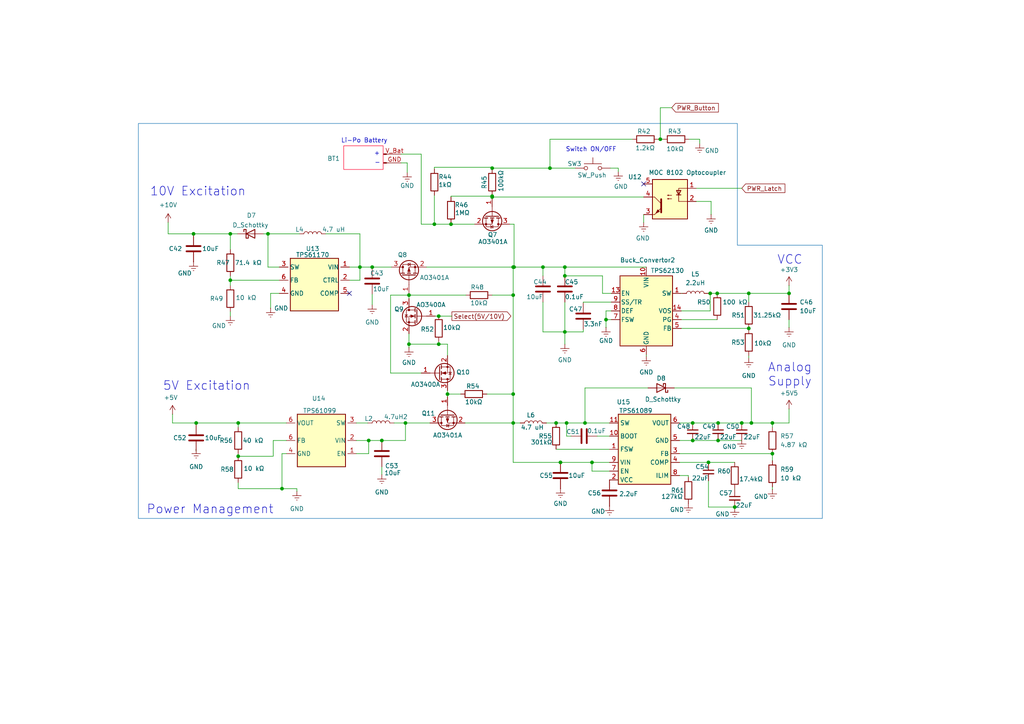
<source format=kicad_sch>
(kicad_sch (version 20250114) (generator "eeschema") (generator_version "9.0")
  (paper "A4")
  (lib_symbols
    (symbol "Connector:Conn_01x02_Pin" (pin_names (offset 1.016) (hide yes))
      (property "Reference" "Connector" (at 0.635 5.588 0))
      (property "Value" "BT1" (at 0.635 3.048 0))
      (symbol "Conn_01x02_Pin_1_1"
        (rectangle (start 0.8636 0.127) (end 0 -0.127) (stroke (width 0.1524)) (fill (type outline)))
        (rectangle (start 0.8636 -2.413) (end 0 -2.667) (stroke (width 0.1524)) (fill (type outline)))
        (polyline (pts (xy 1.27 0) (xy 0.8636 0)) (stroke (width 0.1524)))
        (polyline (pts (xy 1.27 -2.54) (xy 0.8636 -2.54)) (stroke (width 0.1524)))
        (pin passive line (at 5.08 0 180) (length 3.81) (name "Pin_1") (number "V_Bat"))
        (pin passive line (at 5.08 -2.54 180) (length 3.81) (name "Pin_2") (number "GND"))
      )
    )
    (symbol "Device:C" (pin_numbers (hide yes)) (pin_names (offset 0.254))
      (property "Reference" "C" (at 0.635 2.54 0))
      (property "Value" "C" (at 0.635 -2.54 0))
      (symbol "C_0_1"
        (polyline (pts (xy -2.032 0.762) (xy 2.032 0.762)) (stroke (width 0.508)))
        (polyline (pts (xy -2.032 -0.762) (xy 2.032 -0.762)) (stroke (width 0.508)))
      )
      (symbol "C_1_1"
        (pin passive line (at 0 3.81 270) (length 2.794) (name "~") (number "1"))
        (pin passive line (at 0 -3.81 90) (length 2.794) (name "~") (number "2"))
      )
    )
    (symbol "Device:C_Small" (pin_numbers (hide yes)) (pin_names (offset 0.254) (hide yes))
      (property "Reference" "C" (at 0.254 1.778 0))
      (property "Value" "C_Small" (at 0.254 -2.032 0))
      (symbol "C_Small_0_1"
        (polyline (pts (xy -1.524 0.508) (xy 1.524 0.508)) (stroke (width 0.3048)))
        (polyline (pts (xy -1.524 -0.508) (xy 1.524 -0.508)) (stroke (width 0.3302)))
      )
      (symbol "C_Small_1_1"
        (pin passive line (at 0 2.54 270) (length 2.032) (name "~") (number "1"))
        (pin passive line (at 0 -2.54 90) (length 2.032) (name "~") (number "2"))
      )
    )
    (symbol "Device:D_Schottky" (pin_numbers (hide yes)) (pin_names (offset 1.016) (hide yes))
      (property "Reference" "D" (at 0 2.54 0))
      (property "Value" "D_Schottky" (at 0 -2.54 0))
      (symbol "D_Schottky_0_1"
        (polyline (pts (xy -1.905 0.635) (xy -1.905 1.27) (xy -1.27 1.27) (xy -1.27 -1.27) (xy -0.635 -1.27) (xy -0.635 -0.635)) (stroke (width 0.254)))
        (polyline (pts (xy 1.27 1.27) (xy 1.27 -1.27) (xy -1.27 0) (xy 1.27 1.27)) (stroke (width 0.254)))
        (polyline (pts (xy 1.27 0) (xy -1.27 0)))
      )
      (symbol "D_Schottky_1_1"
        (pin passive line (at -3.81 0 0) (length 2.54) (name "K") (number "1"))
        (pin passive line (at 3.81 0 180) (length 2.54) (name "A") (number "2"))
      )
    )
    (symbol "Device:L" (pin_numbers (hide yes)) (pin_names (offset 1.016) (hide yes))
      (property "Reference" "L" (at -1.27 0 90))
      (property "Value" "L" (at 1.905 0 90))
      (symbol "L_0_1"
        (arc (start 0 2.54) (mid 0.6323 1.905) (end 0 1.27))
        (arc (start 0 1.27) (mid 0.6323 0.635) (end 0 0))
        (arc (start 0 0) (mid 0.6323 -0.635) (end 0 -1.27))
        (arc (start 0 -1.27) (mid 0.6323 -1.905) (end 0 -2.54))
      )
      (symbol "L_1_1"
        (pin passive line (at 0 3.81 270) (length 1.27) (name "1") (number "1"))
        (pin passive line (at 0 -3.81 90) (length 1.27) (name "2") (number "2"))
      )
    )
    (symbol "Device:R" (pin_numbers (hide yes)) (pin_names (offset 0))
      (property "Reference" "R" (at 2.032 0 90))
      (property "Value" "R" (at 0 0 90))
      (symbol "R_0_1"
        (rectangle (start -1.016 -2.54) (end 1.016 2.54) (stroke (width 0.254)))
      )
      (symbol "R_1_1"
        (pin passive line (at 0 3.81 270) (length 1.27) (name "~") (number "1"))
        (pin passive line (at 0 -3.81 90) (length 1.27) (name "~") (number "2"))
      )
    )
    (symbol "Driver_LED:TPS61165DBV"
      (property "Reference" "U1" (at 0 12.446 0))
      (property "Value" "TPS61170" (at 0 9.906 0))
      (symbol "TPS61165DBV_1_1"
        (rectangle (start -6.985 7.62) (end 6.985 -7.62) (stroke (width 0.254)) (fill (type background)))
        (pin power_in line (at -10.16 5.08 0) (length 2.54) (name "VIN") (number "1"))
        (pin input line (at -10.16 1.27 0) (length 2.54) (name "CTRL") (number "2"))
        (pin output line (at -10.16 -2.54 0) (length 2.54) (name "COMP") (number "5"))
        (pin power_out line (at 10.16 5.08 180) (length 2.54) (name "SW") (number "3"))
        (pin input line (at 10.16 1.27 180) (length 2.54) (name "FB") (number "6"))
        (pin power_in line (at 10.16 -2.54 180) (length 2.54) (name "GND") (number "4"))
      )
    )
    (symbol "Isolator:Optocoupler_DC_PhotoNPN_AKEC"
      (property "Reference" "U1" (at 0 9.144 0))
      (property "Value" "Optocoupler_DC_PhotoNPN_AKEC" (at 0 6.604 0))
      (symbol "Optocoupler_DC_PhotoNPN_AKEC_0_1"
        (rectangle (start -5.08 5.08) (end 5.08 -6.35) (stroke (width 0.254)) (fill (type background)))
        (polyline (pts (xy -5.08 2.54) (xy -2.54 2.54) (xy -2.54 -1.27) (xy -2.54 0.635)))
        (polyline (pts (xy -3.175 0.635) (xy -1.905 0.635)) (stroke (width 0.254)))
        (polyline (pts (xy -2.54 0.635) (xy -2.54 -1.27) (xy -5.08 -1.27)))
        (polyline (pts (xy -2.54 0.635) (xy -3.175 1.905) (xy -1.905 1.905) (xy -2.54 0.635)) (stroke (width 0.254)))
        (polyline (pts (xy -0.508 0.508) (xy 0.762 0.508) (xy 0.381 0.381) (xy 0.381 0.635) (xy 0.762 0.508)))
        (polyline (pts (xy -0.508 -0.508) (xy 0.762 -0.508) (xy 0.381 -0.635) (xy 0.381 -0.381) (xy 0.762 -0.508)))
        (polyline (pts (xy 2.54 -0.635) (xy 2.54 -4.445)) (stroke (width 0.508)))
        (polyline (pts (xy 2.54 -1.905) (xy 4.445 0)))
        (polyline (pts (xy 3.048 -4.191) (xy 3.556 -3.683) (xy 4.064 -4.699) (xy 3.048 -4.191)) (fill (type outline)))
        (polyline (pts (xy 4.445 0) (xy 5.08 0)))
        (polyline (pts (xy 4.445 -5.08) (xy 2.54 -3.175)) (fill (type outline)))
        (polyline (pts (xy 4.445 -5.08) (xy 5.08 -5.08)))
      )
      (symbol "Optocoupler_DC_PhotoNPN_AKEC_1_1"
        (pin passive line (at -7.62 2.54 0) (length 2.54) (name "~") (number "1"))
        (pin passive line (at -7.62 -1.27 0) (length 2.54) (name "~") (number "2"))
        (pin passive line (at 7.62 3.81 180) (length 2.54) (name "~") (number "5"))
        (pin passive line (at 7.62 0 180) (length 2.54) (name "~") (number "4"))
        (pin passive line (at 7.62 -5.08 180) (length 2.54) (name "~") (number "3"))
      )
    )
    (symbol "Regulator_Switching:TPS61089"
      (property "Reference" "U12" (at -6.096 13.716 0))
      (property "Value" "TPS61089" (at -2.54 11.176 0))
      (symbol "TPS61089_0_1"
        (rectangle (start -7.62 10.16) (end 7.62 -10.16) (stroke (width 0.254)) (fill (type background)))
      )
      (symbol "TPS61089_1_1"
        (pin input line (at -10.16 7.62 0) (length 2.54) (name "SW") (number "11"))
        (pin passive line (at -10.16 3.81 0) (length 2.54) (name "BOOT") (number "10"))
        (pin passive line (at -10.16 0 0) (length 2.54) (name "FSW") (number "1"))
        (pin power_in line (at -10.16 -3.81 0) (length 2.54) (name "VIN") (number "9"))
        (pin input line (at -10.16 -6.35 0) (length 2.54) (name "EN") (number "7"))
        (pin passive line (at -10.16 -8.89 0) (length 2.54) (name "VCC") (number "2"))
        (pin power_out line (at 10.16 7.62 180) (length 2.54) (name "VOUT") (number "6"))
        (pin power_in line (at 10.16 2.54 180) (length 2.54) (name "GND") (number "5"))
        (pin input line (at 10.16 -1.27 180) (length 2.54) (name "FB") (number "3"))
        (pin passive line (at 10.16 -3.81 180) (length 2.54) (name "COMP") (number "4"))
        (pin passive line (at 10.16 -7.62 180) (length 2.54) (name "ILIM") (number "8"))
      )
    )
    (symbol "Regulator_Switching:TPS62130" (pin_names (offset 0.254))
      (property "Reference" "U" (at 3.81 13.97 0))
      (property "Value" "TPS62130" (at 3.81 11.43 0))
      (symbol "TPS62130_0_1"
        (rectangle (start -7.62 10.16) (end 7.62 -10.16) (stroke (width 0.254)) (fill (type background)))
      )
      (symbol "TPS62130_1_1"
        (pin input line (at -10.16 5.08 0) (length 2.54) (name "EN") (number "13"))
        (pin input line (at -10.16 2.54 0) (length 2.54) (name "SS/TR") (number "9"))
        (pin input line (at -10.16 0 0) (length 2.54) (name "DEF") (number "8"))
        (pin input line (at -10.16 -2.54 0) (length 2.54) (name "FSW") (number "7"))
        (pin power_in line (at 0 12.7 270) (length 2.54) (name "VIN") (number "10"))
        (pin passive line (at 0 12.7 270) (length 2.54) (hide yes) (name "VIN") (number "11"))
        (pin passive line (at 0 12.7 270) (length 2.54) (hide yes) (name "VIN") (number "12"))
        (pin passive line (at 0 -12.7 90) (length 2.54) (hide yes) (name "GND") (number "15"))
        (pin passive line (at 0 -12.7 90) (length 2.54) (hide yes) (name "GND") (number "16"))
        (pin passive line (at 0 -12.7 90) (length 2.54) (hide yes) (name "GND") (number "17"))
        (pin power_in line (at 0 -12.7 90) (length 2.54) (name "GND") (number "6"))
        (pin output line (at 10.16 5.08 180) (length 2.54) (name "SW") (number "1"))
        (pin passive line (at 10.16 5.08 180) (length 2.54) (hide yes) (name "SW") (number "2"))
        (pin passive line (at 10.16 5.08 180) (length 2.54) (hide yes) (name "SW") (number "3"))
        (pin input line (at 10.16 0 180) (length 2.54) (name "VOS") (number "14"))
        (pin open_collector line (at 10.16 -2.54 180) (length 2.54) (name "PG") (number "4"))
        (pin input line (at 10.16 -5.08 180) (length 2.54) (name "FB") (number "5"))
      )
    )
    (symbol "Switch:SW_Push" (pin_numbers (hide yes)) (pin_names (offset 1.016) (hide yes))
      (property "Reference" "SW" (at 1.27 2.54 0))
      (property "Value" "SW_Push" (at 0 -1.524 0))
      (symbol "SW_Push_0_1"
        (circle (center -2.032 0) (radius 0.508))
        (polyline (pts (xy 0 1.27) (xy 0 3.048)))
        (circle (center 2.032 0) (radius 0.508))
        (polyline (pts (xy 2.54 1.27) (xy -2.54 1.27)))
        (pin passive line (at -5.08 0 0) (length 2.54) (name "1") (number "1"))
        (pin passive line (at 5.08 0 180) (length 2.54) (name "2") (number "2"))
      )
    )
    (symbol "TPS61165DBV_1"
      (property "Reference" "U3" (at 0.508 10.414 0))
      (property "Value" "TPS61099" (at 0.508 8.636 0))
      (symbol "TPS61165DBV_1_1_1"
        (rectangle (start -6.985 7.62) (end 6.985 -7.62) (stroke (width 0.254)) (fill (type background)))
        (pin power_out line (at -10.16 5.08 0) (length 2.54) (name "SW") (number "3"))
        (pin power_in line (at -10.16 0 0) (length 2.54) (name "VIN") (number "2"))
        (pin input line (at -10.16 -3.81 0) (length 2.54) (name "EN") (number "1"))
        (pin power_out line (at 10.16 5.08 180) (length 2.54) (name "VOUT") (number "6"))
        (pin input line (at 10.16 0 180) (length 2.54) (name "FB") (number "6"))
        (pin power_in line (at 10.16 -3.81 180) (length 2.54) (name "GND") (number "4"))
      )
    )
    (symbol "Transistor_FET:AO3400A" (pin_names (offset 0) (hide yes))
      (property "Reference" "Q" (at 5.08 1.905 0))
      (property "Value" "AO3400A" (at 5.08 0 0))
      (symbol "AO3400A_0_1"
        (polyline (pts (xy 0.254 1.905) (xy 0.254 -1.905)) (stroke (width 0.254)))
        (polyline (pts (xy 0.254 0) (xy -2.54 0)))
        (polyline (pts (xy 0.762 2.286) (xy 0.762 1.27)) (stroke (width 0.254)))
        (polyline (pts (xy 0.762 0.508) (xy 0.762 -0.508)) (stroke (width 0.254)))
        (polyline (pts (xy 0.762 -1.27) (xy 0.762 -2.286)) (stroke (width 0.254)))
        (polyline (pts (xy 0.762 -1.778) (xy 3.302 -1.778) (xy 3.302 1.778) (xy 0.762 1.778)))
        (polyline (pts (xy 1.016 0) (xy 2.032 0.381) (xy 2.032 -0.381) (xy 1.016 0)) (fill (type outline)))
        (circle (center 1.651 0) (radius 2.794) (stroke (width 0.254)))
        (polyline (pts (xy 2.54 2.54) (xy 2.54 1.778)))
        (circle (center 2.54 1.778) (radius 0.254) (fill (type outline)))
        (circle (center 2.54 -1.778) (radius 0.254) (fill (type outline)))
        (polyline (pts (xy 2.54 -2.54) (xy 2.54 0) (xy 0.762 0)))
        (polyline (pts (xy 2.921 0.381) (xy 3.683 0.381)))
        (polyline (pts (xy 3.302 0.381) (xy 2.921 -0.254) (xy 3.683 -0.254) (xy 3.302 0.381)))
      )
      (symbol "AO3400A_1_1"
        (pin input line (at -5.08 0 0) (length 2.54) (name "G") (number "1"))
        (pin passive line (at 2.54 5.08 270) (length 2.54) (name "D") (number "3"))
        (pin passive line (at 2.54 -5.08 90) (length 2.54) (name "S") (number "2"))
      )
    )
    (symbol "Transistor_FET:AO3401A" (pin_names (hide yes))
      (property "Reference" "Q" (at 5.08 1.905 0))
      (property "Value" "AO3401A" (at 5.08 0 0))
      (symbol "AO3401A_0_1"
        (polyline (pts (xy 0.254 1.905) (xy 0.254 -1.905)) (stroke (width 0.254)))
        (polyline (pts (xy 0.254 0) (xy -2.54 0)))
        (polyline (pts (xy 0.762 2.286) (xy 0.762 1.27)) (stroke (width 0.254)))
        (polyline (pts (xy 0.762 1.778) (xy 3.302 1.778) (xy 3.302 -1.778) (xy 0.762 -1.778)))
        (polyline (pts (xy 0.762 0.508) (xy 0.762 -0.508)) (stroke (width 0.254)))
        (polyline (pts (xy 0.762 -1.27) (xy 0.762 -2.286)) (stroke (width 0.254)))
        (circle (center 1.651 0) (radius 2.794) (stroke (width 0.254)))
        (polyline (pts (xy 2.286 0) (xy 1.27 0.381) (xy 1.27 -0.381) (xy 2.286 0)) (fill (type outline)))
        (polyline (pts (xy 2.54 2.54) (xy 2.54 1.778)))
        (circle (center 2.54 1.778) (radius 0.254) (fill (type outline)))
        (circle (center 2.54 -1.778) (radius 0.254) (fill (type outline)))
        (polyline (pts (xy 2.54 -2.54) (xy 2.54 0) (xy 0.762 0)))
        (polyline (pts (xy 2.794 -0.508) (xy 2.921 -0.381) (xy 3.683 -0.381) (xy 3.81 -0.254)))
        (polyline (pts (xy 3.302 -0.381) (xy 2.921 0.254) (xy 3.683 0.254) (xy 3.302 -0.381)))
      )
      (symbol "AO3401A_1_1"
        (pin input line (at -5.08 0 0) (length 2.54) (name "G") (number "1"))
        (pin passive line (at 2.54 5.08 270) (length 2.54) (name "D") (number "3"))
        (pin passive line (at 2.54 -5.08 90) (length 2.54) (name "S") (number "2"))
      )
    )
    (symbol "power:+10V" (power) (pin_numbers (hide yes)) (pin_names (offset 0) (hide yes))
      (property "Value" "+10V" (at 0 3.556 0))
      (symbol "+10V_0_1"
        (polyline (pts (xy -0.762 1.27) (xy 0 2.54)))
        (polyline (pts (xy 0 2.54) (xy 0.762 1.27)))
        (polyline (pts (xy 0 0) (xy 0 2.54)))
      )
      (symbol "+10V_1_1"
        (pin power_in line (at 0 0 90) (length 0) (name "~") (number "1"))
      )
    )
    (symbol "power:+3V3" (power) (pin_numbers (hide yes)) (pin_names (offset 0) (hide yes))
      (property "Value" "+3V3" (at 0 3.556 0))
      (symbol "+3V3_0_1"
        (polyline (pts (xy -0.762 1.27) (xy 0 2.54)))
        (polyline (pts (xy 0 2.54) (xy 0.762 1.27)))
        (polyline (pts (xy 0 0) (xy 0 2.54)))
      )
      (symbol "+3V3_1_1"
        (pin power_in line (at 0 0 90) (length 0) (name "~") (number "1"))
      )
    )
    (symbol "power:+5V" (power) (pin_numbers (hide yes)) (pin_names (offset 0) (hide yes))
      (property "Value" "+5V" (at 0 3.556 0))
      (symbol "+5V_0_1"
        (polyline (pts (xy -0.762 1.27) (xy 0 2.54)))
        (polyline (pts (xy 0 2.54) (xy 0.762 1.27)))
        (polyline (pts (xy 0 0) (xy 0 2.54)))
      )
      (symbol "+5V_1_1"
        (pin power_in line (at 0 0 90) (length 0) (name "~") (number "1"))
      )
    )
    (symbol "power:GNDREF" (power) (pin_numbers (hide yes)) (pin_names (offset 0) (hide yes))
      (property "Value" "GNDREF" (at 0 -3.81 0))
      (symbol "GNDREF_0_1"
        (polyline (pts (xy -0.635 -1.905) (xy 0.635 -1.905)))
        (polyline (pts (xy -0.127 -2.54) (xy 0.127 -2.54)))
        (polyline (pts (xy 0 -1.27) (xy 0 0)))
        (polyline (pts (xy 1.27 -1.27) (xy -1.27 -1.27)))
      )
      (symbol "GNDREF_1_1"
        (pin power_in line (at 0 0 270) (length 0) (name "~") (number "1"))
      )
    )
  )
  (text "-" (at 109.474 47.244 0) (effects (font (size 1.27 1.27))))
  (text "Li-Po Battery\n" (at 105.664 40.894 0) (effects (font (size 1.27 1.27))))
  (text "Analog\nSupply\n" (at 229.108 108.712 0) (effects (font (size 2.54 2.54))))
  (text "VCC\n" (at 229.108 75.438 0) (effects (font (size 2.54 2.54))))
  (text "+" (at 109.347 44.577 0) (effects (font (size 1.27 1.27))))
  (text "Power Management" (at 60.96 147.828 0) (effects (font (size 2.54 2.54))))
  (text "10V Excitation" (at 57.404 55.626 0) (effects (font (size 2.54 2.54))))
  (text "Switch ON/OFF\n" (at 171.45 43.434 0) (effects (font (size 1.27 1.27))))
  (text "5V Excitation\n" (at 59.944 112.014 0) (effects (font (size 2.54 2.54))))
  (text_box "" (at 99.695 49.149 0) (size 11.43 -6.858) (margins 0.9525 0.9525 0.9525 0.9525) (stroke (width 0) (color 255 18 58 1)) (effects (font (size 1.27 1.27)) (justify left top)))
  (junction (at 228.854 85.09))
  (junction (at 129.794 114.3))
  (junction (at 104.394 77.47))
  (junction (at 66.802 81.28))
  (junction (at 205.994 85.09))
  (junction (at 106.934 127.762))
  (junction (at 208.026 85.09))
  (junction (at 217.17 95.25))
  (junction (at 215.138 122.682))
  (junction (at 142.748 57.15))
  (junction (at 169.672 122.682))
  (junction (at 148.844 77.47))
  (junction (at 142.748 48.768))
  (junction (at 125.984 65.024))
  (junction (at 69.088 132.334))
  (junction (at 107.95 77.47))
  (junction (at 56.896 122.682))
  (junction (at 163.83 77.47))
  (junction (at 162.56 134.112))
  (junction (at 81.788 141.732))
  (junction (at 110.744 127.762))
  (junction (at 157.48 77.47))
  (junction (at 69.088 122.682))
  (junction (at 118.618 85.598))
  (junction (at 149.098 77.47))
  (junction (at 66.802 67.818))
  (junction (at 191.516 40.386))
  (junction (at 127.254 99.822))
  (junction (at 117.602 122.682))
  (junction (at 163.83 96.266))
  (junction (at 148.844 114.3))
  (junction (at 127.254 91.694))
  (junction (at 142.748 56.896))
  (junction (at 148.844 85.598))
  (junction (at 175.768 92.71))
  (junction (at 200.914 127.762))
  (junction (at 130.81 65.024))
  (junction (at 205.486 134.112))
  (junction (at 224.028 131.572))
  (junction (at 163.83 80.01))
  (junction (at 224.028 122.682))
  (junction (at 56.134 67.818))
  (junction (at 118.618 99.822))
  (junction (at 148.844 122.682))
  (junction (at 213.106 147.066))
  (junction (at 161.29 122.682))
  (junction (at 208.28 127.762))
  (junction (at 217.932 122.682))
  (junction (at 200.914 122.682))
  (junction (at 159.512 48.768))
  (junction (at 171.704 134.112))
  (junction (at 208.28 122.682))
  (junction (at 164.338 122.682))
  (junction (at 77.724 67.818))
  (junction (at 217.17 85.09))
  (no_connect (at 101.346 85.09))
  (no_connect (at 186.69 53.34))
  (wire (pts (xy 171.704 134.112) (xy 176.784 134.112)))
  (wire (pts (xy 197.612 92.71) (xy 208.026 92.71)))
  (wire (pts (xy 66.802 80.01) (xy 66.802 81.28)))
  (wire (pts (xy 165.608 126.492) (xy 164.338 126.492)))
  (wire (pts (xy 163.83 77.47) (xy 187.452 77.47)))
  (wire (pts (xy 205.486 85.09) (xy 205.994 85.09)))
  (wire (pts (xy 66.802 91.694) (xy 66.802 90.424)))
  (wire (pts (xy 118.618 85.598) (xy 118.618 86.614)))
  (wire (pts (xy 77.724 67.818) (xy 77.724 77.47)))
  (wire (pts (xy 228.854 118.618) (xy 228.854 122.682)))
  (wire (pts (xy 66.802 67.818) (xy 66.802 72.39)))
  (wire (pts (xy 148.844 85.598) (xy 148.844 114.3)))
  (wire (pts (xy 130.81 64.77) (xy 130.81 65.024)))
  (wire (pts (xy 69.088 141.732) (xy 81.788 141.732)))
  (wire (pts (xy 228.854 85.09) (xy 228.854 82.804)))
  (wire (pts (xy 107.95 77.724) (xy 107.95 77.47)))
  (wire (pts (xy 148.844 122.682) (xy 150.876 122.682)))
  (wire (pts (xy 50.038 122.682) (xy 56.896 122.682)))
  (wire (pts (xy 163.83 77.47) (xy 163.83 80.01)))
  (wire (pts (xy 195.58 112.522) (xy 217.932 112.522)))
  (wire (pts (xy 147.828 65.024) (xy 149.098 65.024)))
  (wire (pts (xy 197.104 134.112) (xy 205.486 134.112)))
  (wire (pts (xy 106.934 127.762) (xy 103.378 127.762)))
  (wire (pts (xy 77.724 77.47) (xy 81.026 77.47)))
  (wire (pts (xy 217.17 85.09) (xy 217.17 87.63)))
  (wire (pts (xy 118.618 85.598) (xy 135.128 85.598)))
  (wire (pts (xy 107.95 77.47) (xy 104.394 77.47)))
  (wire (pts (xy 104.394 77.47) (xy 101.346 77.47)))
  (wire (pts (xy 118.11 47.244) (xy 118.11 50.038)))
  (wire (pts (xy 114.3 122.682) (xy 117.602 122.682)))
  (wire (pts (xy 106.934 131.572) (xy 103.378 131.572)))
  (wire (pts (xy 162.56 134.112) (xy 171.704 134.112)))
  (wire (pts (xy 183.388 40.386) (xy 159.512 40.386)))
  (wire (pts (xy 177.292 90.17) (xy 175.768 90.17)))
  (wire (pts (xy 148.844 134.112) (xy 162.56 134.112)))
  (wire (pts (xy 148.844 114.3) (xy 148.844 122.682)))
  (wire (pts (xy 79.248 127.762) (xy 83.058 127.762)))
  (wire (pts (xy 127.254 91.44) (xy 127.254 91.694)))
  (wire (pts (xy 202.946 40.386) (xy 199.898 40.386)))
  (wire (pts (xy 137.668 65.024) (xy 130.81 65.024)))
  (wire (pts (xy 164.338 122.682) (xy 164.338 126.492)))
  (wire (pts (xy 228.854 92.71) (xy 228.854 94.996)))
  (wire (pts (xy 86.106 141.732) (xy 81.788 141.732)))
  (wire (pts (xy 122.174 65.024) (xy 125.984 65.024)))
  (wire (pts (xy 81.026 81.28) (xy 66.802 81.28)))
  (wire (pts (xy 148.844 77.47) (xy 148.844 85.598)))
  (wire (pts (xy 171.704 136.652) (xy 176.784 136.652)))
  (wire (pts (xy 142.748 56.896) (xy 142.748 56.642)))
  (wire (pts (xy 129.794 113.284) (xy 129.794 114.3)))
  (wire (pts (xy 169.672 122.682) (xy 176.784 122.682)))
  (wire (pts (xy 149.098 77.47) (xy 148.844 77.47)))
  (wire (pts (xy 56.896 122.682) (xy 56.896 123.19)))
  (wire (pts (xy 205.486 147.066) (xy 213.106 147.066)))
  (wire (pts (xy 122.174 65.024) (xy 122.174 44.704)))
  (wire (pts (xy 117.602 122.682) (xy 117.602 127.762)))
  (wire (pts (xy 157.48 77.47) (xy 157.48 80.01)))
  (wire (pts (xy 69.088 122.682) (xy 83.058 122.682)))
  (wire (pts (xy 201.93 54.61) (xy 215.138 54.61)))
  (wire (pts (xy 106.934 127.762) (xy 106.934 131.572)))
  (wire (pts (xy 161.29 122.682) (xy 164.338 122.682)))
  (wire (pts (xy 83.058 131.572) (xy 81.788 131.572)))
  (wire (pts (xy 208.28 127.762) (xy 215.138 127.762)))
  (wire (pts (xy 117.602 122.682) (xy 124.714 122.682)))
  (wire (pts (xy 86.106 142.494) (xy 86.106 141.732)))
  (wire (pts (xy 127.254 91.694) (xy 126.238 91.694)))
  (wire (pts (xy 110.744 127.762) (xy 117.602 127.762)))
  (wire (pts (xy 79.248 132.334) (xy 69.088 132.334)))
  (wire (pts (xy 142.748 57.15) (xy 186.69 57.15)))
  (wire (pts (xy 122.174 108.204) (xy 113.284 108.204)))
  (wire (pts (xy 161.29 130.302) (xy 176.784 130.302)))
  (wire (pts (xy 187.96 112.522) (xy 169.672 112.522)))
  (wire (pts (xy 169.164 87.884) (xy 169.164 87.63)))
  (wire (pts (xy 50.038 122.682) (xy 50.038 120.142)))
  (wire (pts (xy 191.008 40.386) (xy 191.516 40.386)))
  (wire (pts (xy 177.292 92.71) (xy 175.768 92.71)))
  (wire (pts (xy 224.028 131.572) (xy 224.028 133.604)))
  (wire (pts (xy 205.486 134.112) (xy 213.106 134.112)))
  (wire (pts (xy 205.994 90.17) (xy 197.612 90.17)))
  (wire (pts (xy 66.802 67.818) (xy 56.134 67.818)))
  (wire (pts (xy 157.48 87.63) (xy 157.48 96.266)))
  (wire (pts (xy 217.17 85.09) (xy 228.854 85.09)))
  (wire (pts (xy 142.748 48.768) (xy 142.748 48.514)))
  (wire (pts (xy 129.794 114.3) (xy 129.794 115.062)))
  (wire (pts (xy 197.104 127.762) (xy 200.914 127.762)))
  (wire (pts (xy 48.768 67.818) (xy 48.768 64.516)))
  (wire (pts (xy 163.83 96.266) (xy 169.164 96.266)))
  (wire (pts (xy 157.48 77.47) (xy 163.83 77.47)))
  (wire (pts (xy 134.874 122.682) (xy 148.844 122.682)))
  (wire (pts (xy 159.512 40.386) (xy 159.512 48.768)))
  (wire (pts (xy 177.292 85.09) (xy 174.752 85.09)))
  (wire (pts (xy 194.818 31.242) (xy 191.516 31.242)))
  (wire (pts (xy 202.946 41.656) (xy 202.946 40.386)))
  (wire (pts (xy 127.254 99.822) (xy 127.254 99.06)))
  (wire (pts (xy 107.95 88.392) (xy 107.95 85.344)))
  (wire (pts (xy 217.932 122.682) (xy 224.028 122.682)))
  (wire (pts (xy 129.794 99.822) (xy 127.254 99.822)))
  (wire (pts (xy 179.324 48.768) (xy 179.324 49.784)))
  (wire (pts (xy 169.672 112.522) (xy 169.672 122.682)))
  (wire (pts (xy 159.512 48.768) (xy 166.878 48.768)))
  (wire (pts (xy 104.394 77.47) (xy 104.394 81.28)))
  (wire (pts (xy 78.486 85.09) (xy 78.486 89.408)))
  (wire (pts (xy 197.104 122.682) (xy 200.914 122.682)))
  (wire (pts (xy 199.644 138.43) (xy 199.644 137.922)))
  (wire (pts (xy 141.224 114.3) (xy 148.844 114.3)))
  (wire (pts (xy 118.618 96.774) (xy 118.618 99.822)))
  (wire (pts (xy 130.81 57.15) (xy 130.81 56.896)))
  (wire (pts (xy 173.228 126.492) (xy 176.784 126.492)))
  (wire (pts (xy 149.098 65.024) (xy 149.098 77.47)))
  (wire (pts (xy 104.394 81.28) (xy 101.346 81.28)))
  (wire (pts (xy 200.914 127.762) (xy 208.28 127.762)))
  (wire (pts (xy 175.768 90.17) (xy 175.768 92.71)))
  (wire (pts (xy 224.028 141.986) (xy 224.028 141.224)))
  (wire (pts (xy 215.138 122.682) (xy 217.932 122.682)))
  (wire (pts (xy 213.106 147.066) (xy 213.106 147.32)))
  (wire (pts (xy 187.452 102.87) (xy 187.452 103.378)))
  (wire (pts (xy 205.486 134.112) (xy 205.486 134.366)))
  (wire (pts (xy 164.338 122.682) (xy 169.672 122.682)))
  (wire (pts (xy 69.088 139.954) (xy 69.088 141.732)))
  (wire (pts (xy 217.17 95.504) (xy 217.17 95.25)))
  (wire (pts (xy 107.95 77.47) (xy 113.538 77.47)))
  (wire (pts (xy 175.768 92.71) (xy 175.768 94.996)))
  (wire (pts (xy 208.026 85.09) (xy 217.17 85.09)))
  (wire (pts (xy 191.516 31.242) (xy 191.516 40.386)))
  (wire (pts (xy 148.844 122.682) (xy 148.844 134.112)))
  (wire (pts (xy 142.748 85.598) (xy 148.844 85.598)))
  (wire (pts (xy 205.994 85.09) (xy 208.026 85.09)))
  (wire (pts (xy 186.69 62.23) (xy 186.69 64.516)))
  (wire (pts (xy 213.106 141.732) (xy 213.106 141.986)))
  (wire (pts (xy 110.744 135.382) (xy 110.744 137.668)))
  (wire (pts (xy 142.748 57.15) (xy 142.748 57.404)))
  (wire (pts (xy 205.486 139.446) (xy 205.486 147.066)))
  (wire (pts (xy 86.868 67.818) (xy 77.724 67.818)))
  (wire (pts (xy 169.164 87.63) (xy 177.292 87.63)))
  (wire (pts (xy 197.612 95.25) (xy 217.17 95.25)))
  (wire (pts (xy 149.098 77.47) (xy 157.48 77.47)))
  (wire (pts (xy 199.644 137.922) (xy 197.104 137.922)))
  (wire (pts (xy 163.83 87.63) (xy 163.83 96.266)))
  (wire (pts (xy 224.028 122.682) (xy 224.028 123.952)))
  (wire (pts (xy 174.752 85.09) (xy 174.752 80.01)))
  (wire (pts (xy 104.394 67.818) (xy 94.488 67.818)))
  (wire (pts (xy 69.088 132.334) (xy 69.088 131.572)))
  (wire (pts (xy 116.332 44.704) (xy 122.174 44.704)))
  (wire (pts (xy 56.134 68.326) (xy 56.134 67.818)))
  (wire (pts (xy 200.914 122.682) (xy 208.28 122.682)))
  (wire (pts (xy 205.994 85.09) (xy 205.994 90.17)))
  (wire (pts (xy 116.332 47.244) (xy 118.11 47.244)))
  (wire (pts (xy 79.248 132.334) (xy 79.248 127.762)))
  (wire (pts (xy 217.932 112.522) (xy 217.932 122.682)))
  (wire (pts (xy 157.48 96.266) (xy 163.83 96.266)))
  (wire (pts (xy 171.704 136.652) (xy 171.704 134.112)))
  (wire (pts (xy 106.68 122.682) (xy 103.378 122.682)))
  (wire (pts (xy 125.984 56.642) (xy 125.984 65.024)))
  (wire (pts (xy 177.038 48.768) (xy 179.324 48.768)))
  (wire (pts (xy 118.618 99.822) (xy 127.254 99.822)))
  (wire (pts (xy 125.984 49.022) (xy 125.984 48.514)))
  (wire (pts (xy 197.104 131.572) (xy 224.028 131.572)))
  (wire (pts (xy 142.748 48.768) (xy 142.748 49.022)))
  (wire (pts (xy 163.83 80.01) (xy 174.752 80.01)))
  (wire (pts (xy 158.496 122.682) (xy 161.29 122.682)))
  (wire (pts (xy 56.896 122.682) (xy 69.088 122.682)))
  (wire (pts (xy 125.984 48.514) (xy 142.748 48.514)))
  (wire (pts (xy 68.834 67.818) (xy 66.802 67.818)))
  (wire (pts (xy 191.516 40.386) (xy 192.278 40.386)))
  (wire (pts (xy 123.698 77.47) (xy 148.844 77.47)))
  (wire (pts (xy 113.284 85.598) (xy 118.618 85.598)))
  (wire (pts (xy 127.254 91.694) (xy 131.064 91.694)))
  (wire (pts (xy 56.134 67.818) (xy 48.768 67.818)))
  (wire (pts (xy 197.612 85.09) (xy 197.866 85.09)))
  (wire (pts (xy 130.81 56.896) (xy 142.748 56.896)))
  (wire (pts (xy 104.394 77.47) (xy 104.394 67.818)))
  (wire (pts (xy 113.284 85.598) (xy 113.284 108.204)))
  (wire (pts (xy 133.604 114.3) (xy 129.794 114.3)))
  (wire (pts (xy 81.026 85.09) (xy 78.486 85.09)))
  (wire (pts (xy 217.17 103.124) (xy 217.17 103.886)))
  (wire (pts (xy 81.788 131.572) (xy 81.788 141.732)))
  (wire (pts (xy 142.748 57.15) (xy 142.748 56.896)))
  (wire (pts (xy 201.93 58.42) (xy 206.248 58.42)))
  (wire (pts (xy 206.248 58.42) (xy 206.248 62.23)))
  (wire (pts (xy 118.618 99.822) (xy 118.618 100.838)))
  (wire (pts (xy 208.28 122.682) (xy 215.138 122.682)))
  (wire (pts (xy 142.748 48.768) (xy 159.512 48.768)))
  (wire (pts (xy 118.618 85.598) (xy 118.618 85.09)))
  (wire (pts (xy 129.794 99.822) (xy 129.794 103.124)))
  (wire (pts (xy 125.984 65.024) (xy 130.81 65.024)))
  (wire (pts (xy 66.802 81.28) (xy 66.802 82.804)))
  (wire (pts (xy 163.83 96.266) (xy 163.83 99.822)))
  (wire (pts (xy 169.164 95.504) (xy 169.164 96.266)))
  (wire (pts (xy 110.744 127.762) (xy 106.934 127.762)))
  (wire (pts (xy 77.724 67.818) (xy 76.454 67.818)))
  (wire (pts (xy 56.896 130.302) (xy 56.896 130.81)))
  (wire (pts (xy 228.854 122.682) (xy 224.028 122.682)))
  (wire (pts (xy 69.088 122.682) (xy 69.088 123.952)))
  (global_label "Select(5V{slash}10V)" (shape output) (at 131.064 91.694 0) (property "Intersheetrefs" "${INTERSHEET_REFS}" (effects (hide yes))))
  (global_label "PWR_Latch" (shape input) (at 215.138 54.61 0) (property "Intersheetrefs" "${INTERSHEET_REFS}" (effects (hide yes))))
  (global_label "PWR_Button" (shape input) (at 194.818 31.242 0) (property "Intersheetrefs" "${INTERSHEET_REFS}" (effects (hide yes))))
  (rule_area (polyline (pts (xy 238.506 150.368) (xy 238.506 71.12) (xy 213.868 71.12) (xy 213.868 35.814) (xy 40.132 35.814) (xy 40.132 150.368)) (stroke (width 0) (color 33 122 182 1))))
  (symbol (lib_id "Device:C_Small") (at 213.106 144.526 0) (unit 1)
    (property "Reference" "C57" (at 208.534 143.002 0) (effects (justify left)))
    (property "Value" "22uF" (at 213.36 146.558 0) (effects (justify left)))
    (property "Description" "Unpolarized capacitor, small symbol" (effects (hide yes)))
  )
  (symbol (lib_id "Device:R") (at 130.81 60.96 0) (mirror x) (unit 1)
    (property "Reference" "R46" (at 133.858 59.436 0))
    (property "Value" "1MΩ" (at 134.112 61.722 0))
    (property "Description" "Resistor" (effects (hide yes)))
  )
  (symbol (lib_id "power:GNDREF") (at 175.768 94.996 0) (unit 1)
    (property "Reference" "#PWR0114" (effects (hide yes)))
    (property "Value" "GND" (at 175.768 98.806 0))
    (property "Description" "Power symbol creates a global label with name \"GNDREF\" , reference supply ground" (effects (hide yes)))
  )
  (symbol (lib_id "power:GNDREF") (at 202.946 41.656 0) (unit 1)
    (property "Reference" "#PWR0103" (effects (hide yes)))
    (property "Value" "GND" (at 206.502 43.688 0))
    (property "Description" "Power symbol creates a global label with name \"GNDREF\" , reference supply ground" (effects (hide yes)))
  )
  (symbol (lib_id "Device:C_Small") (at 215.138 125.222 0) (unit 1)
    (property "Reference" "C50" (at 210.566 123.698 0) (effects (justify left)))
    (property "Value" "22uF" (at 215.646 126.746 0) (effects (justify left)))
    (property "Description" "Unpolarized capacitor, small symbol" (effects (hide yes)))
  )
  (symbol (lib_id "power:GNDREF") (at 118.618 100.838 0) (mirror y) (unit 1)
    (property "Reference" "#PWR0117" (effects (hide yes)))
    (property "Value" "GND" (at 118.618 105.156 0))
    (property "Description" "Power symbol creates a global label with name \"GNDREF\" , reference supply ground" (effects (hide yes)))
  )
  (symbol (lib_id "Transistor_FET:AO3400A") (at 127.254 108.204 0) (mirror x) (unit 1)
    (property "Reference" "Q10" (at 132.334 107.95 0) (effects (justify left)))
    (property "Value" "AO3400A" (at 119.126 111.506 0) (effects (justify left)))
    (property "Footprint" "Package_TO_SOT_SMD:SOT-23" (effects (hide yes)))
    (property "Datasheet" "http://www.aosmd.com/pdfs/datasheet/AO3400A.pdf" (effects (hide yes)))
    (property "Description" "30V Vds, 5.7A Id, Logic-Level N-Channel MOSFET, SOT-23" (effects (hide yes)))
  )
  (symbol (lib_id "Device:C_Small") (at 208.28 125.222 0) (unit 1)
    (property "Reference" "C49" (at 203.708 123.698 0) (effects (justify left)))
    (property "Value" "22uF" (at 208.788 126.746 0) (effects (justify left)))
    (property "Description" "Unpolarized capacitor, small symbol" (effects (hide yes)))
  )
  (symbol (lib_id "power:GNDREF") (at 56.896 130.302 0) (mirror y) (unit 1)
    (property "Reference" "#PWR0123" (effects (hide yes)))
    (property "Value" "GND" (at 56.896 135.382 0))
    (property "Description" "Power symbol creates a global label with name \"GNDREF\" , reference supply ground" (effects (hide yes)))
  )
  (symbol (lib_id "Device:R") (at 213.106 137.922 0) (unit 1)
    (property "Reference" "R60" (at 208.026 136.652 0) (effects (justify left)))
    (property "Value" "17.4kΩ" (at 214.376 138.938 0) (effects (justify left)))
    (property "Description" "Resistor" (effects (hide yes)))
  )
  (symbol (lib_id "power:GNDREF") (at 56.134 75.946 0) (mirror y) (unit 1)
    (property "Reference" "#PWR0109" (effects (hide yes)))
    (property "Value" "GND" (at 53.594 79.248 0))
    (property "Description" "Power symbol creates a global label with name \"GNDREF\" , reference supply ground" (effects (hide yes)))
  )
  (symbol (lib_id "Device:L") (at 201.676 85.09 90) (unit 1)
    (property "Reference" "L5" (at 201.676 79.502 90))
    (property "Value" "2.2uH" (at 201.676 82.042 90))
    (property "Description" "Inductor" (effects (hide yes)))
  )
  (symbol (lib_id "Device:R") (at 69.088 136.144 0) (mirror y) (unit 1)
    (property "Reference" "R58" (at 67.818 136.144 0) (effects (justify left)))
    (property "Value" "10 kΩ" (at 76.708 135.89 0) (effects (justify left)))
    (property "Description" "Resistor" (effects (hide yes)))
  )
  (symbol (lib_id "Transistor_FET:AO3400A") (at 121.158 91.694 0) (mirror y) (unit 1)
    (property "Reference" "Q9" (at 117.094 89.662 0) (effects (justify left)))
    (property "Value" "AO3400A" (at 129.286 88.392 0) (effects (justify left)))
    (property "Footprint" "Package_TO_SOT_SMD:SOT-23" (effects (hide yes)))
    (property "Datasheet" "http://www.aosmd.com/pdfs/datasheet/AO3400A.pdf" (effects (hide yes)))
    (property "Description" "30V Vds, 5.7A Id, Logic-Level N-Channel MOSFET, SOT-23" (effects (hide yes)))
  )
  (symbol (lib_id "Device:R") (at 127.254 95.25 0) (unit 1)
    (property "Reference" "R52" (at 123.952 95.504 0))
    (property "Value" "10kΩ" (at 131.064 94.996 0))
    (property "Description" "Resistor" (effects (hide yes)))
  )
  (symbol (lib_id "power:GNDREF") (at 110.744 137.668 0) (mirror y) (unit 1)
    (property "Reference" "#PWR0124" (effects (hide yes)))
    (property "Value" "GND" (at 110.744 142.748 0))
    (property "Description" "Power symbol creates a global label with name \"GNDREF\" , reference supply ground" (effects (hide yes)))
  )
  (symbol (lib_id "Transistor_FET:AO3401A") (at 118.618 80.01 90) (unit 1)
    (property "Reference" "Q8" (at 118.11 73.914 90) (effects (justify left)))
    (property "Value" "AO3401A" (at 130.302 80.518 90) (effects (justify left)))
    (property "Footprint" "Package_TO_SOT_SMD:SOT-23" (effects (hide yes)))
    (property "Datasheet" "http://www.aosmd.com/pdfs/datasheet/AO3401A.pdf" (effects (hide yes)))
    (property "Description" "-4.0A Id, -30V Vds, P-Channel MOSFET, SOT-23" (effects (hide yes)))
  )
  (symbol (lib_id "Device:R") (at 125.984 52.832 0) (mirror x) (unit 1)
    (property "Reference" "R44" (at 131.064 51.308 0) (effects (justify right)))
    (property "Value" "1kΩ" (at 131.064 53.594 0) (effects (justify right)))
    (property "Description" "Resistor" (effects (hide yes)))
  )
  (symbol (lib_id "Device:C") (at 56.134 72.136 0) (mirror y) (unit 1)
    (property "Reference" "C42" (at 52.832 72.136 0) (effects (justify left)))
    (property "Value" "10uF" (at 63.5 72.136 0) (effects (justify left)))
    (property "Description" "Unpolarized capacitor" (effects (hide yes)))
  )
  (symbol (lib_id "Device:C") (at 107.95 81.534 0) (mirror y) (unit 1)
    (property "Reference" "C43" (at 111.252 79.248 0) (effects (justify left)))
    (property "Value" "10uF" (at 113.03 83.82 0) (effects (justify left)))
    (property "Description" "Unpolarized capacitor" (effects (hide yes)))
  )
  (symbol (lib_id "Device:R") (at 208.026 88.9 0) (unit 1)
    (property "Reference" "R50" (at 202.184 87.63 0) (effects (justify left)))
    (property "Value" "100 kΩ" (at 209.55 87.63 0) (effects (justify left)))
    (property "Description" "Resistor" (effects (hide yes)))
  )
  (symbol (lib_id "Device:R") (at 196.088 40.386 90) (unit 1)
    (property "Reference" "R43" (at 197.612 38.1 90) (effects (justify left)))
    (property "Value" "10kΩ" (at 198.374 43.18 90) (effects (justify left)))
    (property "Description" "Resistor" (effects (hide yes)))
  )
  (symbol (lib_id "Device:L") (at 90.678 67.818 90) (unit 1)
    (property "Reference" "L4" (at 86.868 66.548 90))
    (property "Value" "4.7 uH" (at 96.774 66.548 90))
    (property "Description" "Inductor" (effects (hide yes)))
  )
  (symbol (lib_id "Device:C") (at 169.164 91.694 180) (unit 1)
    (property "Reference" "C47" (at 168.91 89.662 0) (effects (justify left)))
    (property "Value" "3.3nF" (at 174.752 93.98 0) (effects (justify left)))
    (property "Description" "Unpolarized capacitor" (effects (hide yes)))
  )
  (symbol (lib_id "power:GNDREF") (at 118.11 50.038 0) (unit 1)
    (property "Reference" "#PWR0105" (effects (hide yes)))
    (property "Value" "GND" (at 118.11 53.848 0))
    (property "Description" "Power symbol creates a global label with name \"GNDREF\" , reference supply ground" (effects (hide yes)))
  )
  (symbol (lib_id "Device:R") (at 217.17 99.314 0) (unit 1)
    (property "Reference" "R53" (at 212.09 99.314 0) (effects (justify left)))
    (property "Value" "10kΩ" (at 218.694 99.568 0) (effects (justify left)))
    (property "Description" "Resistor" (effects (hide yes)))
  )
  (symbol (lib_id "power:GNDREF") (at 107.95 88.392 0) (mirror y) (unit 1)
    (property "Reference" "#PWR0111" (effects (hide yes)))
    (property "Value" "GND" (at 107.95 93.472 0))
    (property "Description" "Power symbol creates a global label with name \"GNDREF\" , reference supply ground" (effects (hide yes)))
  )
  (symbol (lib_id "Isolator:Optocoupler_DC_PhotoNPN_AKEC") (at 194.31 57.15 0) (mirror y) (unit 1)
    (property "Reference" "U12" (at 184.15 51.308 0))
    (property "Value" "MOC 8102 Optocoupler" (at 199.39 50.038 0))
    (property "Description" "Generic DC optocoupler with NPN phototransistor output, pins order: anode/cathode/emitter/collector" (effects (hide yes)))
  )
  (symbol (lib_id "power:GNDREF") (at 163.83 99.822 0) (unit 1)
    (property "Reference" "#PWR0116" (effects (hide yes)))
    (property "Value" "GND" (at 163.83 104.394 0))
    (property "Description" "Power symbol creates a global label with name \"GNDREF\" , reference supply ground" (effects (hide yes)))
  )
  (symbol (lib_id "Device:R") (at 66.802 76.2 0) (mirror y) (unit 1)
    (property "Reference" "R47" (at 62.738 76.2 0) (effects (justify right)))
    (property "Value" "71.4 kΩ" (at 68.072 76.2 0) (effects (justify right)))
    (property "Description" "Resistor" (effects (hide yes)))
  )
  (symbol (lib_id "power:+10V") (at 48.768 64.516 0) (mirror y) (unit 1)
    (property "Reference" "#PWR0107" (effects (hide yes)))
    (property "Value" "+10V" (at 48.768 59.436 0))
    (property "Description" "Power symbol creates a global label with name \"+10V\"" (effects (hide yes)))
  )
  (symbol (lib_id "power:GNDREF") (at 66.802 91.694 0) (mirror y) (unit 1)
    (property "Reference" "#PWR0113" (effects (hide yes)))
    (property "Value" "GND" (at 63.5 94.488 0))
    (property "Description" "Power symbol creates a global label with name \"GNDREF\" , reference supply ground" (effects (hide yes)))
  )
  (symbol (lib_id "Device:C") (at 56.896 127 0) (mirror y) (unit 1)
    (property "Reference" "C52" (at 54.102 127 0) (effects (justify left)))
    (property "Value" "10uF" (at 64.262 127 0) (effects (justify left)))
    (property "Description" "Unpolarized capacitor" (effects (hide yes)))
  )
  (symbol (lib_id "power:GNDREF") (at 199.644 146.05 0) (unit 1)
    (property "Reference" "#PWR0128" (effects (hide yes)))
    (property "Value" "GND" (at 196.342 147.828 0))
    (property "Description" "Power symbol creates a global label with name \"GNDREF\" , reference supply ground" (effects (hide yes)))
  )
  (symbol (lib_id "power:GNDREF") (at 186.69 64.516 0) (mirror y) (unit 1)
    (property "Reference" "#PWR0108" (effects (hide yes)))
    (property "Value" "GND" (at 186.436 69.088 0))
    (property "Description" "Power symbol creates a global label with name \"GNDREF\" , reference supply ground" (effects (hide yes)))
  )
  (symbol (lib_name "TPS61165DBV_1") (lib_id "Driver_LED:TPS61165DBV") (at 93.218 127.762 0) (mirror y) (unit 1)
    (property "Reference" "U14" (at 92.456 115.57 0))
    (property "Value" "TPS61099" (at 92.71 119.126 0))
    (property "Footprint" "Package_TO_SOT_SMD:SOT-23-6" (effects (hide yes)))
    (property "Datasheet" "https://www.ti.com/lit/ds/symlink/tps61165.pdf" (effects (hide yes)))
    (property "Description" "High-Brightness, White LED Driver, 3V to 18V input voltage range, internal switch, constant current, up to 38V/1.2A output, SOT-23-6" (effects (hide yes)))
  )
  (symbol (lib_id "Device:R") (at 224.028 137.414 0) (unit 1)
    (property "Reference" "R59" (at 226.314 136.1439 0) (effects (justify left)))
    (property "Value" "10 kΩ" (at 226.314 138.6839 0) (effects (justify left)))
    (property "Description" "Resistor" (effects (hide yes)))
  )
  (symbol (lib_id "power:GNDREF") (at 206.248 62.23 0) (mirror y) (unit 1)
    (property "Reference" "#PWR0106" (effects (hide yes)))
    (property "Value" "GND" (at 206.248 66.802 0))
    (property "Description" "Power symbol creates a global label with name \"GNDREF\" , reference supply ground" (effects (hide yes)))
  )
  (symbol (lib_id "Regulator_Switching:TPS61089") (at 186.944 130.302 0) (unit 1)
    (property "Reference" "U15" (at 180.848 116.586 0))
    (property "Value" "TPS61089" (at 184.404 119.126 0))
    (property "Footprint" "Package_DFN_QFN:Texas_VQFN-RNR0011A-11" (effects (hide yes)))
    (property "Datasheet" "http://www.ti.com/lit/ds/symlink/tps61089.pdf" (effects (hide yes)))
    (property "Description" "7A Boost Converters, Adjustable output voltage (PFM), input 2.7 to 12V , output 4.5 to 12.6V, VQFN-11" (effects (hide yes)))
  )
  (symbol (lib_id "Device:D_Schottky") (at 72.644 67.818 0) (unit 1)
    (property "Reference" "D7" (at 72.898 62.484 0))
    (property "Value" "D_Schottky" (at 72.644 65.278 0))
    (property "Description" "Schottky diode" (effects (hide yes)))
  )
  (symbol (lib_id "power:GNDREF") (at 224.028 141.986 0) (unit 1)
    (property "Reference" "#PWR0126" (effects (hide yes)))
    (property "Value" "GND" (at 220.726 144.018 0))
    (property "Description" "Power symbol creates a global label with name \"GNDREF\" , reference supply ground" (effects (hide yes)))
  )
  (symbol (lib_id "Device:R") (at 217.17 91.44 180) (unit 1)
    (property "Reference" "R51" (at 214.122 91.44 0))
    (property "Value" "31.25kΩ" (at 222.504 91.44 0))
    (property "Description" "Resistor" (effects (hide yes)))
  )
  (symbol (lib_id "Device:R") (at 137.414 114.3 270) (unit 1)
    (property "Reference" "R54" (at 137.16 112.014 90))
    (property "Value" "10kΩ" (at 137.414 116.586 90))
    (property "Description" "Resistor" (effects (hide yes)))
  )
  (symbol (lib_id "Device:C") (at 163.83 83.82 0) (unit 1)
    (property "Reference" "C45" (at 163.83 81.788 0) (effects (justify left)))
    (property "Value" "0.1uF" (at 163.83 86.106 0) (effects (justify left)))
    (property "Description" "Unpolarized capacitor" (effects (hide yes)))
  )
  (symbol (lib_id "power:GNDREF") (at 215.138 127.508 0) (unit 1)
    (property "Reference" "#PWR0122" (effects (hide yes)))
    (property "Value" "GND" (at 211.582 129.54 0))
    (property "Description" "Power symbol creates a global label with name \"GNDREF\" , reference supply ground" (effects (hide yes)))
  )
  (symbol (lib_id "power:GNDREF") (at 78.486 89.408 0) (mirror y) (unit 1)
    (property "Reference" "#PWR0112" (effects (hide yes)))
    (property "Value" "GND" (at 81.534 89.408 0))
    (property "Description" "Power symbol creates a global label with name \"GNDREF\" , reference supply ground" (effects (hide yes)))
  )
  (symbol (lib_id "Device:C") (at 162.56 137.922 0) (unit 1)
    (property "Reference" "C55" (at 156.464 137.922 0) (effects (justify left)))
    (property "Value" "10uF" (at 164.846 137.922 0) (effects (justify left)))
    (property "Description" "Unpolarized capacitor" (effects (hide yes)))
  )
  (symbol (lib_id "Connector:Conn_01x02_Pin") (at 111.252 44.704 0) (unit 1)
    (property "Reference" "Connector4" (effects (hide yes)))
    (property "Value" "BT1" (at 96.774 45.974 0))
    (property "Description" "Generic connector, single row, 01x02, script generated" (effects (hide yes)))
  )
  (symbol (lib_id "power:GNDREF") (at 213.106 147.32 0) (unit 1)
    (property "Reference" "#PWR0130" (effects (hide yes)))
    (property "Value" "GND" (at 209.55 149.098 0))
    (property "Description" "Power symbol creates a global label with name \"GNDREF\" , reference supply ground" (effects (hide yes)))
  )
  (symbol (lib_id "power:GNDREF") (at 228.854 94.996 0) (unit 1)
    (property "Reference" "#PWR0115" (effects (hide yes)))
    (property "Value" "GND" (at 228.854 100.076 0))
    (property "Description" "Power symbol creates a global label with name \"GNDREF\" , reference supply ground" (effects (hide yes)))
  )
  (symbol (lib_id "Driver_LED:TPS61165DBV") (at 91.186 82.55 0) (mirror y) (unit 1)
    (property "Reference" "U13" (at 90.678 72.136 0))
    (property "Value" "TPS61170" (at 90.678 73.914 0))
    (property "Footprint" "Package_TO_SOT_SMD:SOT-23-6" (effects (hide yes)))
    (property "Datasheet" "https://www.ti.com/lit/ds/symlink/tps61165.pdf" (effects (hide yes)))
    (property "Description" "High-Brightness, White LED Driver, 3V to 18V input voltage range, internal switch, constant current, up to 38V/1.2A output, SOT-23-6" (effects (hide yes)))
  )
  (symbol (lib_id "Transistor_FET:AO3401A") (at 129.794 120.142 90) (mirror x) (unit 1)
    (property "Reference" "Q11" (at 126.238 119.888 90) (effects (justify left)))
    (property "Value" "AO3401A" (at 134.112 126.238 90) (effects (justify left)))
    (property "Footprint" "Package_TO_SOT_SMD:SOT-23" (effects (hide yes)))
    (property "Datasheet" "http://www.aosmd.com/pdfs/datasheet/AO3401A.pdf" (effects (hide yes)))
    (property "Description" "-4.0A Id, -30V Vds, P-Channel MOSFET, SOT-23" (effects (hide yes)))
  )
  (symbol (lib_id "Device:C_Small") (at 205.486 136.906 0) (unit 1)
    (property "Reference" "C54" (at 201.676 135.382 0) (effects (justify left)))
    (property "Value" "22uF" (at 200.66 138.684 0) (effects (justify left)))
    (property "Description" "Unpolarized capacitor, small symbol" (effects (hide yes)))
  )
  (symbol (lib_id "Transistor_FET:AO3401A") (at 142.748 62.484 270) (unit 1)
    (property "Reference" "Q7" (at 141.478 68.072 90) (effects (justify left)))
    (property "Value" "AO3401A" (at 138.684 70.104 90) (effects (justify left)))
    (property "Footprint" "Package_TO_SOT_SMD:SOT-23" (effects (hide yes)))
    (property "Datasheet" "http://www.aosmd.com/pdfs/datasheet/AO3401A.pdf" (effects (hide yes)))
    (property "Description" "-4.0A Id, -30V Vds, P-Channel MOSFET, SOT-23" (effects (hide yes)))
  )
  (symbol (lib_id "Device:D_Schottky") (at 191.77 112.522 180) (unit 1)
    (property "Reference" "D8" (at 191.77 109.728 0))
    (property "Value" "D_Schottky" (at 192.278 115.824 0))
    (property "Description" "Schottky diode" (effects (hide yes)))
  )
  (symbol (lib_id "Device:R") (at 224.028 127.762 0) (unit 1)
    (property "Reference" "R57" (at 226.314 126.4919 0) (effects (justify left)))
    (property "Value" "4.87 kΩ" (at 226.314 129.0319 0) (effects (justify left)))
    (property "Description" "Resistor" (effects (hide yes)))
  )
  (symbol (lib_id "Device:R") (at 187.198 40.386 90) (unit 1)
    (property "Reference" "R42" (at 188.722 38.1 90) (effects (justify left)))
    (property "Value" "1.2kΩ" (at 189.992 42.926 90) (effects (justify left)))
    (property "Description" "Resistor" (effects (hide yes)))
  )
  (symbol (lib_id "Device:R") (at 199.644 142.24 0) (unit 1)
    (property "Reference" "R61" (at 194.564 142.24 0) (effects (justify left)))
    (property "Value" "127kΩ" (at 191.77 144.018 0) (effects (justify left)))
    (property "Description" "Resistor" (effects (hide yes)))
  )
  (symbol (lib_id "power:GNDREF") (at 162.56 141.732 0) (unit 1)
    (property "Reference" "#PWR0125" (effects (hide yes)))
    (property "Value" "GND" (at 162.56 146.05 0))
    (property "Description" "Power symbol creates a global label with name \"GNDREF\" , reference supply ground" (effects (hide yes)))
  )
  (symbol (lib_id "power:GNDREF") (at 187.452 103.378 0) (unit 1)
    (property "Reference" "#PWR0118" (effects (hide yes)))
    (property "Value" "GND" (at 187.452 107.95 0))
    (property "Description" "Power symbol creates a global label with name \"GNDREF\" , reference supply ground" (effects (hide yes)))
  )
  (symbol (lib_id "Device:C") (at 157.48 83.82 0) (unit 1)
    (property "Reference" "C44" (at 154.686 81.788 0) (effects (justify left)))
    (property "Value" "10uF" (at 152.654 86.106 0) (effects (justify left)))
    (property "Description" "Unpolarized capacitor" (effects (hide yes)))
  )
  (symbol (lib_id "power:GNDREF") (at 86.106 142.494 0) (mirror y) (unit 1)
    (property "Reference" "#PWR0127" (effects (hide yes)))
    (property "Value" "GND" (at 86.106 147.574 0))
    (property "Description" "Power symbol creates a global label with name \"GNDREF\" , reference supply ground" (effects (hide yes)))
  )
  (symbol (lib_id "Regulator_Switching:TPS62130") (at 187.452 90.17 0) (unit 1)
    (property "Reference" "Buck_Convertor2" (at 179.832 75.438 0) (effects (justify left)))
    (property "Value" "TPS62130" (at 188.722 78.486 0) (effects (justify left)))
    (property "Footprint" "Package_DFN_QFN:VQFN-16-1EP_3x3mm_P0.5mm_EP1.68x1.68mm_ThermalVias" (effects (hide yes)))
    (property "Datasheet" "http://www.ti.com/lit/ds/symlink/tps62130.pdf" (effects (hide yes)))
    (property "Description" "3A Step-Down Converter with DCS-Control, Adjustable Output Voltage, 3-17V Input Voltage, QFN-16" (effects (hide yes)))
  )
  (symbol (lib_id "power:+3V3") (at 228.854 82.804 0) (unit 1)
    (property "Reference" "#PWR0110" (effects (hide yes)))
    (property "Value" "+3V3" (at 228.854 78.232 0))
    (property "Description" "Power symbol creates a global label with name \"+3V3\"" (effects (hide yes)))
  )
  (symbol (lib_id "Device:C_Small") (at 200.914 125.222 0) (unit 1)
    (property "Reference" "C48" (at 196.342 123.698 0) (effects (justify left)))
    (property "Value" "22uF" (at 201.422 126.746 0) (effects (justify left)))
    (property "Description" "Unpolarized capacitor, small symbol" (effects (hide yes)))
  )
  (symbol (lib_id "Switch:SW_Push") (at 171.958 48.768 0) (mirror y) (unit 1)
    (property "Reference" "SW3" (at 166.624 47.498 0))
    (property "Value" "SW_Push" (at 171.704 50.8 0))
    (property "Description" "Push button switch, generic, two pins" (effects (hide yes)))
  )
  (symbol (lib_id "power:+5V") (at 50.038 120.142 0) (mirror y) (unit 1)
    (property "Reference" "#PWR0121" (effects (hide yes)))
    (property "Value" "+5V" (at 49.53 115.316 0))
    (property "Description" "Power symbol creates a global label with name \"+5V\"" (effects (hide yes)))
  )
  (symbol (lib_id "Device:C") (at 169.418 126.492 90) (unit 1)
    (property "Reference" "C51" (at 168.148 125.222 90) (effects (justify left)))
    (property "Value" "0.1uF" (at 175.768 124.968 90) (effects (justify left)))
    (property "Description" "Unpolarized capacitor" (effects (hide yes)))
  )
  (symbol (lib_id "power:GNDREF") (at 179.324 49.784 0) (mirror y) (unit 1)
    (property "Reference" "#PWR0104" (effects (hide yes)))
    (property "Value" "GND" (at 180.086 54.102 0))
    (property "Description" "Power symbol creates a global label with name \"GNDREF\" , reference supply ground" (effects (hide yes)))
  )
  (symbol (lib_id "Device:R") (at 66.802 86.614 0) (mirror y) (unit 1)
    (property "Reference" "R49" (at 64.77 86.614 0) (effects (justify left)))
    (property "Value" "10 kΩ" (at 74.422 86.36 0) (effects (justify left)))
    (property "Description" "Resistor" (effects (hide yes)))
  )
  (symbol (lib_id "Device:L") (at 154.686 122.682 90) (unit 1)
    (property "Reference" "L6" (at 155.194 120.396 90) (effects (justify left)))
    (property "Value" "4.7 uH" (at 157.734 123.952 90) (effects (justify left)))
    (property "Description" "Inductor" (effects (hide yes)))
  )
  (symbol (lib_id "Device:C") (at 176.784 143.002 0) (unit 1)
    (property "Reference" "C56" (at 170.434 143.002 0) (effects (justify left)))
    (property "Value" "2.2uF" (at 179.578 143.256 0) (effects (justify left)))
    (property "Description" "Unpolarized capacitor" (effects (hide yes)))
  )
  (symbol (lib_id "Device:R") (at 142.748 52.832 0) (mirror x) (unit 1)
    (property "Reference" "R45" (at 140.462 54.864 90) (effects (justify right)))
    (property "Value" "100kΩ" (at 145.288 55.626 90) (effects (justify right)))
    (property "Description" "Resistor" (effects (hide yes)))
  )
  (symbol (lib_id "Device:L") (at 110.49 122.682 270) (mirror x) (unit 1)
    (property "Reference" "4.7uH2" (at 114.808 120.904 90))
    (property "Value" "L2" (at 106.934 121.412 90))
    (property "Description" "Inductor" (effects (hide yes)))
  )
  (symbol (lib_id "Device:R") (at 138.938 85.598 270) (unit 1)
    (property "Reference" "R48" (at 138.43 83.312 90))
    (property "Value" "10kΩ" (at 138.938 87.884 90))
    (property "Description" "Resistor" (effects (hide yes)))
  )
  (symbol (lib_id "power:GNDREF") (at 176.784 146.812 0) (unit 1)
    (property "Reference" "#PWR0129" (effects (hide yes)))
    (property "Value" "GND" (at 173.482 148.336 0))
    (property "Description" "Power symbol creates a global label with name \"GNDREF\" , reference supply ground" (effects (hide yes)))
  )
  (symbol (lib_id "Device:R") (at 69.088 127.762 0) (mirror y) (unit 1)
    (property "Reference" "R56" (at 67.564 127.762 0) (effects (justify left)))
    (property "Value" "40 kΩ" (at 76.454 127.762 0) (effects (justify left)))
    (property "Description" "Resistor" (effects (hide yes)))
  )
  (symbol (lib_id "Device:R") (at 161.29 126.492 180) (unit 1)
    (property "Reference" "R55" (at 156.21 126.492 0) (effects (justify right)))
    (property "Value" "301kΩ" (at 153.924 128.27 0) (effects (justify right)))
    (property "Description" "Resistor" (effects (hide yes)))
  )
  (symbol (lib_id "power:+5V") (at 228.854 118.618 0) (unit 1)
    (property "Reference" "#PWR0120" (effects (hide yes)))
    (property "Value" "+5V5" (at 228.854 114.046 0))
    (property "Description" "Power symbol creates a global label with name \"+5V\"" (effects (hide yes)))
  )
  (symbol (lib_id "Device:C") (at 228.854 88.9 0) (unit 1)
    (property "Reference" "C46" (at 231.902 87.6299 0) (effects (justify left)))
    (property "Value" "10uF" (at 231.902 90.1699 0) (effects (justify left)))
    (property "Description" "Unpolarized capacitor" (effects (hide yes)))
  )
  (symbol (lib_id "power:GNDREF") (at 217.17 103.886 0) (unit 1)
    (property "Reference" "#PWR0119" (effects (hide yes)))
    (property "Value" "GND" (at 217.17 108.966 0))
    (property "Description" "Power symbol creates a global label with name \"GNDREF\" , reference supply ground" (effects (hide yes)))
  )
  (symbol (lib_id "Device:C") (at 110.744 131.572 0) (mirror y) (unit 1)
    (property "Reference" "C53" (at 115.57 135.128 0) (effects (justify left)))
    (property "Value" "10uF" (at 116.332 137.16 0) (effects (justify left)))
    (property "Description" "Unpolarized capacitor" (effects (hide yes)))
  )
)
</source>
